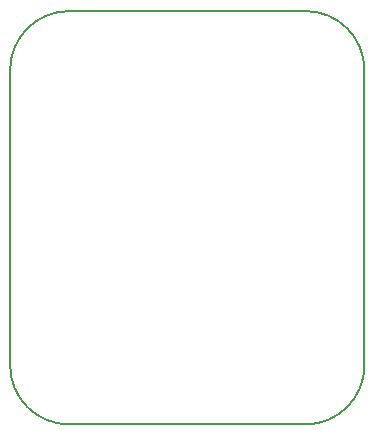
<source format=gm1>
%TF.GenerationSoftware,KiCad,Pcbnew,8.0.5*%
%TF.CreationDate,2024-10-25T22:44:06+08:00*%
%TF.ProjectId,TP4056_Lithium_battery_charging,54503430-3536-45f4-9c69-746869756d5f,rev?*%
%TF.SameCoordinates,Original*%
%TF.FileFunction,Profile,NP*%
%FSLAX46Y46*%
G04 Gerber Fmt 4.6, Leading zero omitted, Abs format (unit mm)*
G04 Created by KiCad (PCBNEW 8.0.5) date 2024-10-25 22:44:06*
%MOMM*%
%LPD*%
G01*
G04 APERTURE LIST*
%TA.AperFunction,Profile*%
%ADD10C,0.200000*%
%TD*%
G04 APERTURE END LIST*
D10*
X130000000Y-130000000D02*
G75*
G02*
X125000000Y-135000000I-5000000J0D01*
G01*
X125000000Y-100000000D02*
G75*
G02*
X130000000Y-105000000I0J-5000000D01*
G01*
X105000000Y-135000000D02*
G75*
G02*
X100000000Y-130000000I0J5000000D01*
G01*
X100000000Y-105000000D02*
G75*
G02*
X105000000Y-100000000I5000000J0D01*
G01*
X125000000Y-135000000D02*
X105000000Y-135000000D01*
X130000000Y-105000000D02*
X130000000Y-130000000D01*
X105000000Y-100000000D02*
X125000000Y-100000000D01*
X100000000Y-130000000D02*
X100000000Y-105000000D01*
M02*

</source>
